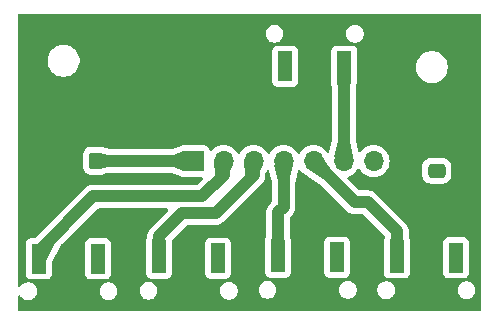
<source format=gbr>
%TF.GenerationSoftware,KiCad,Pcbnew,8.0.5*%
%TF.CreationDate,2024-11-11T01:16:09-08:00*%
%TF.ProjectId,Switch Lock,53776974-6368-4204-9c6f-636b2e6b6963,rev?*%
%TF.SameCoordinates,Original*%
%TF.FileFunction,Copper,L1,Top*%
%TF.FilePolarity,Positive*%
%FSLAX46Y46*%
G04 Gerber Fmt 4.6, Leading zero omitted, Abs format (unit mm)*
G04 Created by KiCad (PCBNEW 8.0.5) date 2024-11-11 01:16:09*
%MOMM*%
%LPD*%
G01*
G04 APERTURE LIST*
G04 Aperture macros list*
%AMRoundRect*
0 Rectangle with rounded corners*
0 $1 Rounding radius*
0 $2 $3 $4 $5 $6 $7 $8 $9 X,Y pos of 4 corners*
0 Add a 4 corners polygon primitive as box body*
4,1,4,$2,$3,$4,$5,$6,$7,$8,$9,$2,$3,0*
0 Add four circle primitives for the rounded corners*
1,1,$1+$1,$2,$3*
1,1,$1+$1,$4,$5*
1,1,$1+$1,$6,$7*
1,1,$1+$1,$8,$9*
0 Add four rect primitives between the rounded corners*
20,1,$1+$1,$2,$3,$4,$5,0*
20,1,$1+$1,$4,$5,$6,$7,0*
20,1,$1+$1,$6,$7,$8,$9,0*
20,1,$1+$1,$8,$9,$2,$3,0*%
G04 Aperture macros list end*
%TA.AperFunction,SMDPad,CuDef*%
%ADD10RoundRect,0.250000X0.475000X-0.337500X0.475000X0.337500X-0.475000X0.337500X-0.475000X-0.337500X0*%
%TD*%
%TA.AperFunction,SMDPad,CuDef*%
%ADD11RoundRect,0.250000X-0.350000X-0.450000X0.350000X-0.450000X0.350000X0.450000X-0.350000X0.450000X0*%
%TD*%
%TA.AperFunction,SMDPad,CuDef*%
%ADD12R,1.200000X2.500000*%
%TD*%
%TA.AperFunction,ComponentPad*%
%ADD13R,1.700000X1.700000*%
%TD*%
%TA.AperFunction,ComponentPad*%
%ADD14O,1.700000X1.700000*%
%TD*%
%TA.AperFunction,ViaPad*%
%ADD15C,1.000000*%
%TD*%
%TA.AperFunction,Conductor*%
%ADD16C,1.000000*%
%TD*%
G04 APERTURE END LIST*
D10*
%TO.P,C1,1*%
%TO.N,GND*%
X128090000Y-69527500D03*
%TO.P,C1,2*%
%TO.N,/3.3v*%
X128090000Y-67452500D03*
%TD*%
D11*
%TO.P,R1,1*%
%TO.N,/3.3v*%
X97210000Y-68690000D03*
%TO.P,R1,2*%
%TO.N,Net-(J2-Pin_1)*%
X99210000Y-68690000D03*
%TD*%
D12*
%TO.P,Status1,1*%
%TO.N,Net-(J2-Pin_6)*%
X120250000Y-60681750D03*
%TO.P,Status1,2*%
%TO.N,/3.3v*%
X117750000Y-60681750D03*
%TO.P,Status1,3*%
%TO.N,GND*%
X115250000Y-60681750D03*
%TD*%
%TO.P,S2,1*%
%TO.N,Net-(J2-Pin_3)*%
X104570000Y-76940000D03*
%TO.P,S2,2*%
%TO.N,/3.3v*%
X107070000Y-76940000D03*
%TO.P,S2,3*%
%TO.N,GND*%
X109570000Y-76940000D03*
%TD*%
%TO.P,S1,1*%
%TO.N,Net-(J2-Pin_2)*%
X94390000Y-76978250D03*
%TO.P,S1,2*%
%TO.N,/3.3v*%
X96890000Y-76978250D03*
%TO.P,S1,3*%
%TO.N,GND*%
X99390000Y-76978250D03*
%TD*%
%TO.P,S4,1*%
%TO.N,Net-(J2-Pin_5)*%
X124700000Y-76888250D03*
%TO.P,S4,2*%
%TO.N,/3.3v*%
X127200000Y-76888250D03*
%TO.P,S4,3*%
%TO.N,GND*%
X129700000Y-76888250D03*
%TD*%
D13*
%TO.P,J2,1,Pin_1*%
%TO.N,Net-(J2-Pin_1)*%
X107490000Y-68720000D03*
D14*
%TO.P,J2,2,Pin_2*%
%TO.N,Net-(J2-Pin_2)*%
X110030000Y-68720000D03*
%TO.P,J2,3,Pin_3*%
%TO.N,Net-(J2-Pin_3)*%
X112570000Y-68720000D03*
%TO.P,J2,4,Pin_4*%
%TO.N,Net-(J2-Pin_4)*%
X115110000Y-68720000D03*
%TO.P,J2,5,Pin_5*%
%TO.N,Net-(J2-Pin_5)*%
X117650000Y-68720000D03*
%TO.P,J2,6,Pin_6*%
%TO.N,Net-(J2-Pin_6)*%
X120190000Y-68720000D03*
%TO.P,J2,7,Pin_7*%
%TO.N,GND*%
X122730000Y-68720000D03*
%TD*%
D12*
%TO.P,S3,1*%
%TO.N,Net-(J2-Pin_4)*%
X114650000Y-76870000D03*
%TO.P,S3,2*%
%TO.N,/3.3v*%
X117150000Y-76870000D03*
%TO.P,S3,3*%
%TO.N,GND*%
X119650000Y-76870000D03*
%TD*%
D15*
%TO.N,GND*%
X128090000Y-69527500D03*
X119650000Y-76870000D03*
X115250000Y-60681750D03*
X109570000Y-76940000D03*
X99390000Y-76978250D03*
X129700000Y-76888250D03*
%TD*%
D16*
%TO.N,Net-(J2-Pin_1)*%
X99210000Y-68690000D02*
X107460000Y-68690000D01*
X107460000Y-68690000D02*
X107490000Y-68720000D01*
%TO.N,Net-(J2-Pin_2)*%
X110030000Y-69922081D02*
X108242081Y-71710000D01*
X110030000Y-68720000D02*
X110030000Y-69922081D01*
X99008250Y-71710000D02*
X94390000Y-76328250D01*
X94390000Y-76328250D02*
X94390000Y-76978250D01*
X108242081Y-71710000D02*
X99008250Y-71710000D01*
%TO.N,Net-(J2-Pin_6)*%
X120250000Y-60681750D02*
X120250000Y-68660000D01*
X120250000Y-68660000D02*
X120190000Y-68720000D01*
%TO.N,Net-(J2-Pin_4)*%
X115110000Y-72590000D02*
X114650000Y-73050000D01*
X114650000Y-73050000D02*
X114650000Y-76870000D01*
X115110000Y-68720000D02*
X115110000Y-72590000D01*
%TO.N,Net-(J2-Pin_5)*%
X122250000Y-72200000D02*
X124700000Y-74650000D01*
X124700000Y-74650000D02*
X124700000Y-76888250D01*
X121130000Y-72200000D02*
X117650000Y-68720000D01*
X122250000Y-72200000D02*
X121130000Y-72200000D01*
%TO.N,Net-(J2-Pin_3)*%
X106530000Y-73110000D02*
X104570000Y-75070000D01*
X112570000Y-69922081D02*
X109382081Y-73110000D01*
X112570000Y-68720000D02*
X112570000Y-69922081D01*
X104570000Y-75070000D02*
X104570000Y-76940000D01*
X109382081Y-73110000D02*
X106530000Y-73110000D01*
%TD*%
%TA.AperFunction,Conductor*%
%TO.N,Net-(J2-Pin_1)*%
G36*
X106641894Y-67872948D02*
G01*
X106645334Y-67875328D01*
X107482638Y-68711648D01*
X107486070Y-68719919D01*
X107482648Y-68728194D01*
X107482565Y-68728277D01*
X106645601Y-69549626D01*
X106637296Y-69552974D01*
X106632788Y-69552025D01*
X105797082Y-69193042D01*
X105790833Y-69186628D01*
X105790000Y-69182292D01*
X105790000Y-68198097D01*
X105793427Y-68189824D01*
X105797578Y-68187147D01*
X106632944Y-67872656D01*
X106641894Y-67872948D01*
G37*
%TD.AperFunction*%
%TD*%
%TA.AperFunction,Conductor*%
%TO.N,Net-(J2-Pin_5)*%
G36*
X118435312Y-68398419D02*
G01*
X118440604Y-68402804D01*
X118648307Y-68719293D01*
X119200411Y-69560568D01*
X119202085Y-69569364D01*
X119198902Y-69575260D01*
X118505260Y-70268902D01*
X118496987Y-70272329D01*
X118490568Y-70270411D01*
X117408937Y-69560568D01*
X117332804Y-69510604D01*
X117327768Y-69503200D01*
X117328409Y-69496360D01*
X117647438Y-68723783D01*
X117653759Y-68717448D01*
X118426359Y-68398410D01*
X118435312Y-68398419D01*
G37*
%TD.AperFunction*%
%TD*%
%TA.AperFunction,Conductor*%
%TO.N,Net-(J2-Pin_6)*%
G36*
X120255060Y-60697255D02*
G01*
X120260549Y-60702744D01*
X120848400Y-61928414D01*
X120849392Y-61935397D01*
X120751630Y-62521973D01*
X120746889Y-62529571D01*
X120740089Y-62531750D01*
X119759911Y-62531750D01*
X119751638Y-62528323D01*
X119748370Y-62521973D01*
X119650607Y-61935394D01*
X119651598Y-61928416D01*
X120239451Y-60702743D01*
X120246118Y-60696767D01*
X120255060Y-60697255D01*
G37*
%TD.AperFunction*%
%TD*%
%TA.AperFunction,Conductor*%
%TO.N,Net-(J2-Pin_4)*%
G36*
X115114484Y-68720863D02*
G01*
X115886365Y-69041569D01*
X115892690Y-69047908D01*
X115893332Y-69054751D01*
X115611935Y-70410677D01*
X115606898Y-70418082D01*
X115600479Y-70420000D01*
X114619521Y-70420000D01*
X114611248Y-70416573D01*
X114608065Y-70410677D01*
X114326667Y-69054751D01*
X114328341Y-69045955D01*
X114333631Y-69041570D01*
X115105511Y-68720864D01*
X115114466Y-68720856D01*
X115114484Y-68720863D01*
G37*
%TD.AperFunction*%
%TD*%
%TA.AperFunction,Conductor*%
%TO.N,Net-(J2-Pin_5)*%
G36*
X125198362Y-75041677D02*
G01*
X125201630Y-75048027D01*
X125299392Y-75634602D01*
X125298400Y-75641585D01*
X124710549Y-76867255D01*
X124703882Y-76873232D01*
X124694940Y-76872744D01*
X124689451Y-76867255D01*
X124550767Y-76578100D01*
X124101598Y-75641583D01*
X124100607Y-75634605D01*
X124198370Y-75048025D01*
X124203111Y-75040429D01*
X124209911Y-75038250D01*
X125190089Y-75038250D01*
X125198362Y-75041677D01*
G37*
%TD.AperFunction*%
%TD*%
%TA.AperFunction,Conductor*%
%TO.N,Net-(J2-Pin_3)*%
G36*
X105068362Y-75093427D02*
G01*
X105071630Y-75099777D01*
X105169392Y-75686352D01*
X105168400Y-75693335D01*
X104580549Y-76919005D01*
X104573882Y-76924982D01*
X104564940Y-76924494D01*
X104559451Y-76919005D01*
X104420767Y-76629850D01*
X103971598Y-75693333D01*
X103970607Y-75686355D01*
X104068370Y-75099775D01*
X104073111Y-75092179D01*
X104079911Y-75090000D01*
X105060089Y-75090000D01*
X105068362Y-75093427D01*
G37*
%TD.AperFunction*%
%TD*%
%TA.AperFunction,Conductor*%
%TO.N,Net-(J2-Pin_1)*%
G36*
X99760868Y-68090945D02*
G01*
X100400067Y-68188484D01*
X100407726Y-68193119D01*
X100410000Y-68200049D01*
X100410000Y-69179950D01*
X100406573Y-69188223D01*
X100400065Y-69191516D01*
X99760869Y-69289053D01*
X99752174Y-69286913D01*
X99750448Y-69285359D01*
X99216159Y-68697872D01*
X99213128Y-68689446D01*
X99216159Y-68682128D01*
X99750450Y-68094639D01*
X99758550Y-68090825D01*
X99760868Y-68090945D01*
G37*
%TD.AperFunction*%
%TD*%
%TA.AperFunction,Conductor*%
%TO.N,Net-(J2-Pin_2)*%
G36*
X110032862Y-68720188D02*
G01*
X110803755Y-69040485D01*
X110810079Y-69046823D01*
X110810070Y-69055778D01*
X110809749Y-69056482D01*
X110038704Y-70613112D01*
X110031961Y-70619005D01*
X110023027Y-70618403D01*
X110019947Y-70616192D01*
X109327225Y-69923470D01*
X109323882Y-69916594D01*
X109181573Y-68733084D01*
X109183987Y-68724463D01*
X109191792Y-68720073D01*
X109193178Y-68719989D01*
X110028370Y-68719294D01*
X110032862Y-68720188D01*
G37*
%TD.AperFunction*%
%TD*%
%TA.AperFunction,Conductor*%
%TO.N,Net-(J2-Pin_2)*%
G36*
X95068990Y-74958834D02*
G01*
X95070047Y-74959770D01*
X95761742Y-75651465D01*
X95765169Y-75659738D01*
X95763840Y-75665154D01*
X94994388Y-77138411D01*
X94987520Y-77144158D01*
X94980868Y-77144263D01*
X94398292Y-76981471D01*
X94391247Y-76975944D01*
X94389755Y-76969624D01*
X94451034Y-75731960D01*
X94453510Y-75725324D01*
X95052565Y-74960826D01*
X95060365Y-74956428D01*
X95068990Y-74958834D01*
G37*
%TD.AperFunction*%
%TD*%
%TA.AperFunction,Conductor*%
%TO.N,Net-(J2-Pin_4)*%
G36*
X115148362Y-75023427D02*
G01*
X115151630Y-75029777D01*
X115249392Y-75616352D01*
X115248400Y-75623335D01*
X114660549Y-76849005D01*
X114653882Y-76854982D01*
X114644940Y-76854494D01*
X114639451Y-76849005D01*
X114500767Y-76559850D01*
X114051598Y-75623333D01*
X114050607Y-75616355D01*
X114148370Y-75029775D01*
X114153111Y-75022179D01*
X114159911Y-75020000D01*
X115140089Y-75020000D01*
X115148362Y-75023427D01*
G37*
%TD.AperFunction*%
%TD*%
%TA.AperFunction,Conductor*%
%TO.N,Net-(J2-Pin_3)*%
G36*
X112572862Y-68720188D02*
G01*
X113343755Y-69040485D01*
X113350079Y-69046823D01*
X113350070Y-69055778D01*
X113349749Y-69056482D01*
X112578704Y-70613112D01*
X112571961Y-70619005D01*
X112563027Y-70618403D01*
X112559947Y-70616192D01*
X111867225Y-69923470D01*
X111863882Y-69916594D01*
X111721573Y-68733084D01*
X111723987Y-68724463D01*
X111731792Y-68720073D01*
X111733178Y-68719989D01*
X112568370Y-68719294D01*
X112572862Y-68720188D01*
G37*
%TD.AperFunction*%
%TD*%
%TA.AperFunction,Conductor*%
%TO.N,Net-(J2-Pin_6)*%
G36*
X120748412Y-67035362D02*
G01*
X120751670Y-67041654D01*
X121037652Y-68706335D01*
X121035675Y-68715069D01*
X121028102Y-68719847D01*
X121026135Y-68720016D01*
X120192342Y-68720997D01*
X120187839Y-68720102D01*
X119414038Y-68398598D01*
X119407713Y-68392259D01*
X119407185Y-68384919D01*
X119747764Y-67040761D01*
X119753118Y-67033583D01*
X119759106Y-67031935D01*
X120740139Y-67031935D01*
X120748412Y-67035362D01*
G37*
%TD.AperFunction*%
%TD*%
%TA.AperFunction,Conductor*%
%TO.N,/3.3v*%
G36*
X131752539Y-56250185D02*
G01*
X131798294Y-56302989D01*
X131809500Y-56354500D01*
X131809500Y-81315500D01*
X131789815Y-81382539D01*
X131737011Y-81428294D01*
X131685500Y-81439500D01*
X92734500Y-81439500D01*
X92667461Y-81419815D01*
X92621706Y-81367011D01*
X92610500Y-81315500D01*
X92610500Y-80171622D01*
X92630185Y-80104583D01*
X92682989Y-80058828D01*
X92752147Y-80048884D01*
X92815703Y-80077909D01*
X92837602Y-80102732D01*
X92907045Y-80206661D01*
X92907051Y-80206669D01*
X93011580Y-80311198D01*
X93011584Y-80311201D01*
X93134498Y-80393330D01*
X93134511Y-80393337D01*
X93248374Y-80440500D01*
X93271087Y-80449908D01*
X93271091Y-80449908D01*
X93271092Y-80449909D01*
X93416079Y-80478750D01*
X93416082Y-80478750D01*
X93563920Y-80478750D01*
X93661462Y-80459346D01*
X93708913Y-80449908D01*
X93845495Y-80393334D01*
X93968416Y-80311201D01*
X94072951Y-80206666D01*
X94155084Y-80083745D01*
X94211658Y-79947163D01*
X94240500Y-79802170D01*
X99539499Y-79802170D01*
X99568340Y-79947157D01*
X99568343Y-79947167D01*
X99624912Y-80083738D01*
X99624919Y-80083751D01*
X99707048Y-80206665D01*
X99707051Y-80206669D01*
X99811580Y-80311198D01*
X99811584Y-80311201D01*
X99934498Y-80393330D01*
X99934511Y-80393337D01*
X100048374Y-80440500D01*
X100071087Y-80449908D01*
X100071091Y-80449908D01*
X100071092Y-80449909D01*
X100216079Y-80478750D01*
X100216082Y-80478750D01*
X100363920Y-80478750D01*
X100461462Y-80459346D01*
X100508913Y-80449908D01*
X100645495Y-80393334D01*
X100768416Y-80311201D01*
X100872951Y-80206666D01*
X100955084Y-80083745D01*
X101011658Y-79947163D01*
X101040500Y-79802168D01*
X101040500Y-79763920D01*
X102919499Y-79763920D01*
X102948340Y-79908907D01*
X102948343Y-79908917D01*
X103004912Y-80045488D01*
X103004919Y-80045501D01*
X103087048Y-80168415D01*
X103087051Y-80168419D01*
X103191580Y-80272948D01*
X103191584Y-80272951D01*
X103314498Y-80355080D01*
X103314511Y-80355087D01*
X103406856Y-80393337D01*
X103451087Y-80411658D01*
X103451091Y-80411658D01*
X103451092Y-80411659D01*
X103596079Y-80440500D01*
X103596082Y-80440500D01*
X103743920Y-80440500D01*
X103841462Y-80421096D01*
X103888913Y-80411658D01*
X103994547Y-80367902D01*
X104025488Y-80355087D01*
X104025488Y-80355086D01*
X104025495Y-80355084D01*
X104148416Y-80272951D01*
X104252951Y-80168416D01*
X104335084Y-80045495D01*
X104391658Y-79908913D01*
X104401953Y-79857157D01*
X104420500Y-79763920D01*
X109719499Y-79763920D01*
X109748340Y-79908907D01*
X109748343Y-79908917D01*
X109804912Y-80045488D01*
X109804919Y-80045501D01*
X109887048Y-80168415D01*
X109887051Y-80168419D01*
X109991580Y-80272948D01*
X109991584Y-80272951D01*
X110114498Y-80355080D01*
X110114511Y-80355087D01*
X110206856Y-80393337D01*
X110251087Y-80411658D01*
X110251091Y-80411658D01*
X110251092Y-80411659D01*
X110396079Y-80440500D01*
X110396082Y-80440500D01*
X110543920Y-80440500D01*
X110641462Y-80421096D01*
X110688913Y-80411658D01*
X110794547Y-80367902D01*
X110825488Y-80355087D01*
X110825488Y-80355086D01*
X110825495Y-80355084D01*
X110948416Y-80272951D01*
X111052951Y-80168416D01*
X111135084Y-80045495D01*
X111191658Y-79908913D01*
X111201953Y-79857157D01*
X111220500Y-79763920D01*
X111220500Y-79693920D01*
X112999499Y-79693920D01*
X113028340Y-79838907D01*
X113028343Y-79838917D01*
X113084912Y-79975488D01*
X113084919Y-79975501D01*
X113167048Y-80098415D01*
X113167051Y-80098419D01*
X113271580Y-80202948D01*
X113271584Y-80202951D01*
X113394498Y-80285080D01*
X113394511Y-80285087D01*
X113531082Y-80341656D01*
X113531087Y-80341658D01*
X113531091Y-80341658D01*
X113531092Y-80341659D01*
X113676079Y-80370500D01*
X113676082Y-80370500D01*
X113823920Y-80370500D01*
X113921462Y-80351096D01*
X113968913Y-80341658D01*
X114105495Y-80285084D01*
X114228416Y-80202951D01*
X114332951Y-80098416D01*
X114415084Y-79975495D01*
X114471658Y-79838913D01*
X114481096Y-79791462D01*
X114500500Y-79693920D01*
X119799499Y-79693920D01*
X119828340Y-79838907D01*
X119828343Y-79838917D01*
X119884912Y-79975488D01*
X119884919Y-79975501D01*
X119967048Y-80098415D01*
X119967051Y-80098419D01*
X120071580Y-80202948D01*
X120071584Y-80202951D01*
X120194498Y-80285080D01*
X120194511Y-80285087D01*
X120331082Y-80341656D01*
X120331087Y-80341658D01*
X120331091Y-80341658D01*
X120331092Y-80341659D01*
X120476079Y-80370500D01*
X120476082Y-80370500D01*
X120623920Y-80370500D01*
X120721462Y-80351096D01*
X120768913Y-80341658D01*
X120905495Y-80285084D01*
X121028416Y-80202951D01*
X121132951Y-80098416D01*
X121215084Y-79975495D01*
X121271658Y-79838913D01*
X121281096Y-79791462D01*
X121296870Y-79712170D01*
X123049499Y-79712170D01*
X123078340Y-79857157D01*
X123078343Y-79857167D01*
X123134912Y-79993738D01*
X123134919Y-79993751D01*
X123217048Y-80116665D01*
X123217051Y-80116669D01*
X123321580Y-80221198D01*
X123321584Y-80221201D01*
X123444498Y-80303330D01*
X123444511Y-80303337D01*
X123569431Y-80355080D01*
X123581087Y-80359908D01*
X123581091Y-80359908D01*
X123581092Y-80359909D01*
X123726079Y-80388750D01*
X123726082Y-80388750D01*
X123873920Y-80388750D01*
X123971462Y-80369346D01*
X124018913Y-80359908D01*
X124155495Y-80303334D01*
X124278416Y-80221201D01*
X124382951Y-80116666D01*
X124465084Y-79993745D01*
X124521658Y-79857163D01*
X124550500Y-79712170D01*
X129849499Y-79712170D01*
X129878340Y-79857157D01*
X129878343Y-79857167D01*
X129934912Y-79993738D01*
X129934919Y-79993751D01*
X130017048Y-80116665D01*
X130017051Y-80116669D01*
X130121580Y-80221198D01*
X130121584Y-80221201D01*
X130244498Y-80303330D01*
X130244511Y-80303337D01*
X130369431Y-80355080D01*
X130381087Y-80359908D01*
X130381091Y-80359908D01*
X130381092Y-80359909D01*
X130526079Y-80388750D01*
X130526082Y-80388750D01*
X130673920Y-80388750D01*
X130771462Y-80369346D01*
X130818913Y-80359908D01*
X130955495Y-80303334D01*
X131078416Y-80221201D01*
X131182951Y-80116666D01*
X131265084Y-79993745D01*
X131321658Y-79857163D01*
X131350500Y-79712168D01*
X131350500Y-79564332D01*
X131350500Y-79564329D01*
X131321659Y-79419342D01*
X131321658Y-79419341D01*
X131321658Y-79419337D01*
X131302360Y-79372748D01*
X131265087Y-79282761D01*
X131265080Y-79282748D01*
X131182951Y-79159834D01*
X131182948Y-79159830D01*
X131078419Y-79055301D01*
X131078415Y-79055298D01*
X130955501Y-78973169D01*
X130955488Y-78973162D01*
X130818917Y-78916593D01*
X130818907Y-78916590D01*
X130673920Y-78887750D01*
X130673918Y-78887750D01*
X130526082Y-78887750D01*
X130526080Y-78887750D01*
X130381092Y-78916590D01*
X130381082Y-78916593D01*
X130244511Y-78973162D01*
X130244498Y-78973169D01*
X130121584Y-79055298D01*
X130121580Y-79055301D01*
X130017051Y-79159830D01*
X130017048Y-79159834D01*
X129934919Y-79282748D01*
X129934912Y-79282761D01*
X129878343Y-79419332D01*
X129878340Y-79419342D01*
X129849500Y-79564329D01*
X129849500Y-79564332D01*
X129849500Y-79712168D01*
X129849500Y-79712170D01*
X129849499Y-79712170D01*
X124550500Y-79712170D01*
X124550500Y-79712168D01*
X124550500Y-79564332D01*
X124550500Y-79564329D01*
X124521659Y-79419342D01*
X124521658Y-79419341D01*
X124521658Y-79419337D01*
X124502360Y-79372748D01*
X124465087Y-79282761D01*
X124465080Y-79282748D01*
X124382951Y-79159834D01*
X124382948Y-79159830D01*
X124278419Y-79055301D01*
X124278415Y-79055298D01*
X124155501Y-78973169D01*
X124155488Y-78973162D01*
X124018917Y-78916593D01*
X124018907Y-78916590D01*
X123873920Y-78887750D01*
X123873918Y-78887750D01*
X123726082Y-78887750D01*
X123726080Y-78887750D01*
X123581092Y-78916590D01*
X123581082Y-78916593D01*
X123444511Y-78973162D01*
X123444498Y-78973169D01*
X123321584Y-79055298D01*
X123321580Y-79055301D01*
X123217051Y-79159830D01*
X123217048Y-79159834D01*
X123134919Y-79282748D01*
X123134912Y-79282761D01*
X123078343Y-79419332D01*
X123078340Y-79419342D01*
X123049500Y-79564329D01*
X123049500Y-79564332D01*
X123049500Y-79712168D01*
X123049500Y-79712170D01*
X123049499Y-79712170D01*
X121296870Y-79712170D01*
X121300500Y-79693920D01*
X121300500Y-79546079D01*
X121271659Y-79401092D01*
X121271658Y-79401091D01*
X121271658Y-79401087D01*
X121252058Y-79353768D01*
X121215087Y-79264511D01*
X121215080Y-79264498D01*
X121132951Y-79141584D01*
X121132948Y-79141580D01*
X121028419Y-79037051D01*
X121028415Y-79037048D01*
X120905501Y-78954919D01*
X120905488Y-78954912D01*
X120768917Y-78898343D01*
X120768907Y-78898340D01*
X120623920Y-78869500D01*
X120623918Y-78869500D01*
X120476082Y-78869500D01*
X120476080Y-78869500D01*
X120331092Y-78898340D01*
X120331082Y-78898343D01*
X120194511Y-78954912D01*
X120194498Y-78954919D01*
X120071584Y-79037048D01*
X120071580Y-79037051D01*
X119967051Y-79141580D01*
X119967048Y-79141584D01*
X119884919Y-79264498D01*
X119884912Y-79264511D01*
X119828343Y-79401082D01*
X119828340Y-79401092D01*
X119799500Y-79546079D01*
X119799500Y-79546082D01*
X119799500Y-79693918D01*
X119799500Y-79693920D01*
X119799499Y-79693920D01*
X114500500Y-79693920D01*
X114500500Y-79546079D01*
X114471659Y-79401092D01*
X114471658Y-79401091D01*
X114471658Y-79401087D01*
X114452058Y-79353768D01*
X114415087Y-79264511D01*
X114415080Y-79264498D01*
X114332951Y-79141584D01*
X114332948Y-79141580D01*
X114228419Y-79037051D01*
X114228415Y-79037048D01*
X114105501Y-78954919D01*
X114105488Y-78954912D01*
X113968917Y-78898343D01*
X113968907Y-78898340D01*
X113823920Y-78869500D01*
X113823918Y-78869500D01*
X113676082Y-78869500D01*
X113676080Y-78869500D01*
X113531092Y-78898340D01*
X113531082Y-78898343D01*
X113394511Y-78954912D01*
X113394498Y-78954919D01*
X113271584Y-79037048D01*
X113271580Y-79037051D01*
X113167051Y-79141580D01*
X113167048Y-79141584D01*
X113084919Y-79264498D01*
X113084912Y-79264511D01*
X113028343Y-79401082D01*
X113028340Y-79401092D01*
X112999500Y-79546079D01*
X112999500Y-79546082D01*
X112999500Y-79693918D01*
X112999500Y-79693920D01*
X112999499Y-79693920D01*
X111220500Y-79693920D01*
X111220500Y-79616079D01*
X111191659Y-79471092D01*
X111191658Y-79471091D01*
X111191658Y-79471087D01*
X111170225Y-79419342D01*
X111135087Y-79334511D01*
X111135080Y-79334498D01*
X111052951Y-79211584D01*
X111052948Y-79211580D01*
X110948419Y-79107051D01*
X110948415Y-79107048D01*
X110825501Y-79024919D01*
X110825488Y-79024912D01*
X110688917Y-78968343D01*
X110688907Y-78968340D01*
X110543920Y-78939500D01*
X110543918Y-78939500D01*
X110396082Y-78939500D01*
X110396080Y-78939500D01*
X110251092Y-78968340D01*
X110251082Y-78968343D01*
X110114511Y-79024912D01*
X110114498Y-79024919D01*
X109991584Y-79107048D01*
X109991580Y-79107051D01*
X109887051Y-79211580D01*
X109887048Y-79211584D01*
X109804919Y-79334498D01*
X109804912Y-79334511D01*
X109748343Y-79471082D01*
X109748340Y-79471092D01*
X109719500Y-79616079D01*
X109719500Y-79616082D01*
X109719500Y-79763918D01*
X109719500Y-79763920D01*
X109719499Y-79763920D01*
X104420500Y-79763920D01*
X104420500Y-79616079D01*
X104391659Y-79471092D01*
X104391658Y-79471091D01*
X104391658Y-79471087D01*
X104370225Y-79419342D01*
X104335087Y-79334511D01*
X104335080Y-79334498D01*
X104252951Y-79211584D01*
X104252948Y-79211580D01*
X104148419Y-79107051D01*
X104148415Y-79107048D01*
X104025501Y-79024919D01*
X104025488Y-79024912D01*
X103888917Y-78968343D01*
X103888907Y-78968340D01*
X103743920Y-78939500D01*
X103743918Y-78939500D01*
X103596082Y-78939500D01*
X103596080Y-78939500D01*
X103451092Y-78968340D01*
X103451082Y-78968343D01*
X103314511Y-79024912D01*
X103314498Y-79024919D01*
X103191584Y-79107048D01*
X103191580Y-79107051D01*
X103087051Y-79211580D01*
X103087048Y-79211584D01*
X103004919Y-79334498D01*
X103004912Y-79334511D01*
X102948343Y-79471082D01*
X102948340Y-79471092D01*
X102919500Y-79616079D01*
X102919500Y-79616082D01*
X102919500Y-79763918D01*
X102919500Y-79763920D01*
X102919499Y-79763920D01*
X101040500Y-79763920D01*
X101040500Y-79654332D01*
X101040500Y-79654329D01*
X101011659Y-79509342D01*
X101011658Y-79509341D01*
X101011658Y-79509337D01*
X101011656Y-79509332D01*
X100955087Y-79372761D01*
X100955080Y-79372748D01*
X100872951Y-79249834D01*
X100872948Y-79249830D01*
X100768419Y-79145301D01*
X100768415Y-79145298D01*
X100645501Y-79063169D01*
X100645488Y-79063162D01*
X100508917Y-79006593D01*
X100508907Y-79006590D01*
X100363920Y-78977750D01*
X100363918Y-78977750D01*
X100216082Y-78977750D01*
X100216080Y-78977750D01*
X100071092Y-79006590D01*
X100071082Y-79006593D01*
X99934511Y-79063162D01*
X99934498Y-79063169D01*
X99811584Y-79145298D01*
X99811580Y-79145301D01*
X99707051Y-79249830D01*
X99707048Y-79249834D01*
X99624919Y-79372748D01*
X99624912Y-79372761D01*
X99568343Y-79509332D01*
X99568340Y-79509342D01*
X99539500Y-79654329D01*
X99539500Y-79654332D01*
X99539500Y-79802168D01*
X99539500Y-79802170D01*
X99539499Y-79802170D01*
X94240500Y-79802170D01*
X94240500Y-79802168D01*
X94240500Y-79654332D01*
X94240500Y-79654329D01*
X94211659Y-79509342D01*
X94211658Y-79509341D01*
X94211658Y-79509337D01*
X94211656Y-79509332D01*
X94155087Y-79372761D01*
X94155080Y-79372748D01*
X94072951Y-79249834D01*
X94072948Y-79249830D01*
X93968419Y-79145301D01*
X93968415Y-79145298D01*
X93845501Y-79063169D01*
X93845488Y-79063162D01*
X93708917Y-79006593D01*
X93708907Y-79006590D01*
X93563920Y-78977750D01*
X93563918Y-78977750D01*
X93416082Y-78977750D01*
X93416080Y-78977750D01*
X93271092Y-79006590D01*
X93271082Y-79006593D01*
X93134511Y-79063162D01*
X93134498Y-79063169D01*
X93011584Y-79145298D01*
X93011580Y-79145301D01*
X92907051Y-79249830D01*
X92907048Y-79249834D01*
X92837602Y-79353768D01*
X92783990Y-79398573D01*
X92714665Y-79407280D01*
X92651637Y-79377126D01*
X92614918Y-79317682D01*
X92610500Y-79284877D01*
X92610500Y-75680385D01*
X93289500Y-75680385D01*
X93289500Y-78276120D01*
X93289501Y-78276126D01*
X93295908Y-78335733D01*
X93346202Y-78470578D01*
X93346206Y-78470585D01*
X93432452Y-78585794D01*
X93432455Y-78585797D01*
X93547664Y-78672043D01*
X93547671Y-78672047D01*
X93682517Y-78722341D01*
X93682516Y-78722341D01*
X93689444Y-78723085D01*
X93742127Y-78728750D01*
X95037872Y-78728749D01*
X95097483Y-78722341D01*
X95232331Y-78672046D01*
X95347546Y-78585796D01*
X95433796Y-78470581D01*
X95484091Y-78335733D01*
X95490500Y-78276123D01*
X95490499Y-77310870D01*
X95504587Y-77253466D01*
X96178964Y-75962247D01*
X96201190Y-75931978D01*
X96452783Y-75680385D01*
X98289500Y-75680385D01*
X98289500Y-78276120D01*
X98289501Y-78276126D01*
X98295908Y-78335733D01*
X98346202Y-78470578D01*
X98346206Y-78470585D01*
X98432452Y-78585794D01*
X98432455Y-78585797D01*
X98547664Y-78672043D01*
X98547671Y-78672047D01*
X98682517Y-78722341D01*
X98682516Y-78722341D01*
X98689444Y-78723085D01*
X98742127Y-78728750D01*
X100037872Y-78728749D01*
X100097483Y-78722341D01*
X100232331Y-78672046D01*
X100347546Y-78585796D01*
X100433796Y-78470581D01*
X100484091Y-78335733D01*
X100490500Y-78276123D01*
X100490499Y-75680378D01*
X100484091Y-75620767D01*
X100477558Y-75603252D01*
X100433797Y-75485921D01*
X100433793Y-75485914D01*
X100347547Y-75370705D01*
X100347544Y-75370702D01*
X100232335Y-75284456D01*
X100232328Y-75284452D01*
X100097482Y-75234158D01*
X100097483Y-75234158D01*
X100037883Y-75227751D01*
X100037881Y-75227750D01*
X100037873Y-75227750D01*
X100037864Y-75227750D01*
X98742129Y-75227750D01*
X98742123Y-75227751D01*
X98682516Y-75234158D01*
X98547671Y-75284452D01*
X98547664Y-75284456D01*
X98432455Y-75370702D01*
X98432452Y-75370705D01*
X98346206Y-75485914D01*
X98346202Y-75485921D01*
X98295908Y-75620767D01*
X98291551Y-75661298D01*
X98289501Y-75680373D01*
X98289500Y-75680385D01*
X96452783Y-75680385D01*
X99386351Y-72746819D01*
X99447674Y-72713334D01*
X99474032Y-72710500D01*
X105215217Y-72710500D01*
X105282256Y-72730185D01*
X105328011Y-72782989D01*
X105337955Y-72852147D01*
X105308930Y-72915703D01*
X105302898Y-72922181D01*
X103932220Y-74292859D01*
X103932218Y-74292861D01*
X103866919Y-74358160D01*
X103792859Y-74432219D01*
X103683371Y-74596080D01*
X103683364Y-74596093D01*
X103640396Y-74699830D01*
X103640396Y-74699831D01*
X103607949Y-74778163D01*
X103607948Y-74778165D01*
X103605176Y-74792107D01*
X103605175Y-74792111D01*
X103569500Y-74971456D01*
X103569500Y-75007897D01*
X103567813Y-75028282D01*
X103471984Y-75603253D01*
X103470376Y-75613551D01*
X103470352Y-75627766D01*
X103469643Y-75640793D01*
X103469500Y-75642117D01*
X103469500Y-78237870D01*
X103469501Y-78237876D01*
X103475908Y-78297483D01*
X103526202Y-78432328D01*
X103526206Y-78432335D01*
X103612452Y-78547544D01*
X103612455Y-78547547D01*
X103727664Y-78633793D01*
X103727671Y-78633797D01*
X103862517Y-78684091D01*
X103862516Y-78684091D01*
X103869444Y-78684835D01*
X103922127Y-78690500D01*
X105217872Y-78690499D01*
X105277483Y-78684091D01*
X105412331Y-78633796D01*
X105527546Y-78547546D01*
X105613796Y-78432331D01*
X105664091Y-78297483D01*
X105670500Y-78237873D01*
X105670499Y-75760759D01*
X105671083Y-75751838D01*
X105670971Y-75751832D01*
X105671226Y-75747111D01*
X105671229Y-75747093D01*
X105670530Y-75715818D01*
X105670499Y-75713048D01*
X105670499Y-75642135D01*
X108469500Y-75642135D01*
X108469500Y-78237870D01*
X108469501Y-78237876D01*
X108475908Y-78297483D01*
X108526202Y-78432328D01*
X108526206Y-78432335D01*
X108612452Y-78547544D01*
X108612455Y-78547547D01*
X108727664Y-78633793D01*
X108727671Y-78633797D01*
X108862517Y-78684091D01*
X108862516Y-78684091D01*
X108869444Y-78684835D01*
X108922127Y-78690500D01*
X110217872Y-78690499D01*
X110277483Y-78684091D01*
X110412331Y-78633796D01*
X110527546Y-78547546D01*
X110613796Y-78432331D01*
X110664091Y-78297483D01*
X110670500Y-78237873D01*
X110670499Y-75642128D01*
X110664936Y-75590377D01*
X110664091Y-75582516D01*
X110613797Y-75447671D01*
X110613793Y-75447664D01*
X110527547Y-75332455D01*
X110527544Y-75332452D01*
X110412335Y-75246206D01*
X110412328Y-75246202D01*
X110277482Y-75195908D01*
X110277483Y-75195908D01*
X110217883Y-75189501D01*
X110217881Y-75189500D01*
X110217873Y-75189500D01*
X110217864Y-75189500D01*
X108922129Y-75189500D01*
X108922123Y-75189501D01*
X108862516Y-75195908D01*
X108727671Y-75246202D01*
X108727664Y-75246206D01*
X108612455Y-75332452D01*
X108612452Y-75332455D01*
X108526206Y-75447664D01*
X108526202Y-75447671D01*
X108475908Y-75582517D01*
X108470341Y-75634302D01*
X108469501Y-75642123D01*
X108469500Y-75642135D01*
X105670499Y-75642135D01*
X105670499Y-75642128D01*
X105669018Y-75628360D01*
X105668340Y-75617898D01*
X105668014Y-75603249D01*
X105647598Y-75480753D01*
X105655994Y-75411392D01*
X105682227Y-75372692D01*
X106908102Y-74146819D01*
X106969425Y-74113334D01*
X106995783Y-74110500D01*
X109480623Y-74110500D01*
X109499951Y-74106655D01*
X109577269Y-74091275D01*
X109673917Y-74072051D01*
X109727246Y-74049961D01*
X109855995Y-73996632D01*
X110019863Y-73887139D01*
X110159220Y-73747782D01*
X110159220Y-73747780D01*
X110169428Y-73737573D01*
X110169429Y-73737570D01*
X113347139Y-70559863D01*
X113456632Y-70395995D01*
X113532051Y-70213916D01*
X113556663Y-70090184D01*
X113570500Y-70020624D01*
X113570500Y-69778711D01*
X113583384Y-69723672D01*
X113599112Y-69691919D01*
X113681693Y-69525199D01*
X113729089Y-69473864D01*
X113796715Y-69456301D01*
X113863101Y-69478087D01*
X113907170Y-69532306D01*
X113914221Y-69555041D01*
X114101554Y-70457710D01*
X114106913Y-70483530D01*
X114109500Y-70508727D01*
X114109500Y-72124217D01*
X114089815Y-72191256D01*
X114073181Y-72211898D01*
X114012221Y-72272858D01*
X114012218Y-72272861D01*
X113942538Y-72342540D01*
X113872859Y-72412219D01*
X113763371Y-72576079D01*
X113763364Y-72576092D01*
X113687950Y-72758160D01*
X113687947Y-72758170D01*
X113649500Y-72951456D01*
X113649500Y-74937897D01*
X113647813Y-74958282D01*
X113551984Y-75533253D01*
X113550376Y-75543551D01*
X113550352Y-75557766D01*
X113549643Y-75570793D01*
X113549500Y-75572117D01*
X113549500Y-78167870D01*
X113549501Y-78167876D01*
X113555908Y-78227483D01*
X113606202Y-78362328D01*
X113606206Y-78362335D01*
X113692452Y-78477544D01*
X113692455Y-78477547D01*
X113807664Y-78563793D01*
X113807671Y-78563797D01*
X113942517Y-78614091D01*
X113942516Y-78614091D01*
X113949444Y-78614835D01*
X114002127Y-78620500D01*
X115297872Y-78620499D01*
X115357483Y-78614091D01*
X115492331Y-78563796D01*
X115607546Y-78477546D01*
X115693796Y-78362331D01*
X115744091Y-78227483D01*
X115750500Y-78167873D01*
X115750499Y-75690759D01*
X115751083Y-75681838D01*
X115750971Y-75681832D01*
X115751226Y-75677111D01*
X115751229Y-75677093D01*
X115750530Y-75645818D01*
X115750499Y-75643048D01*
X115750499Y-75572135D01*
X118549500Y-75572135D01*
X118549500Y-78167870D01*
X118549501Y-78167876D01*
X118555908Y-78227483D01*
X118606202Y-78362328D01*
X118606206Y-78362335D01*
X118692452Y-78477544D01*
X118692455Y-78477547D01*
X118807664Y-78563793D01*
X118807671Y-78563797D01*
X118942517Y-78614091D01*
X118942516Y-78614091D01*
X118949444Y-78614835D01*
X119002127Y-78620500D01*
X120297872Y-78620499D01*
X120357483Y-78614091D01*
X120492331Y-78563796D01*
X120607546Y-78477546D01*
X120693796Y-78362331D01*
X120744091Y-78227483D01*
X120750500Y-78167873D01*
X120750499Y-75572128D01*
X120744091Y-75512517D01*
X120734171Y-75485921D01*
X120693797Y-75377671D01*
X120693793Y-75377664D01*
X120607547Y-75262455D01*
X120607544Y-75262452D01*
X120492335Y-75176206D01*
X120492328Y-75176202D01*
X120357482Y-75125908D01*
X120357483Y-75125908D01*
X120297883Y-75119501D01*
X120297881Y-75119500D01*
X120297873Y-75119500D01*
X120297864Y-75119500D01*
X119002129Y-75119500D01*
X119002123Y-75119501D01*
X118942516Y-75125908D01*
X118807671Y-75176202D01*
X118807664Y-75176206D01*
X118692455Y-75262452D01*
X118692452Y-75262455D01*
X118606206Y-75377664D01*
X118606202Y-75377671D01*
X118555908Y-75512517D01*
X118550610Y-75561801D01*
X118549501Y-75572123D01*
X118549500Y-75572135D01*
X115750499Y-75572135D01*
X115750499Y-75572128D01*
X115749018Y-75558360D01*
X115748340Y-75547898D01*
X115748014Y-75533249D01*
X115652187Y-74958282D01*
X115650500Y-74937899D01*
X115650500Y-73515782D01*
X115670185Y-73448743D01*
X115686818Y-73428102D01*
X115740709Y-73374210D01*
X115740714Y-73374206D01*
X115747780Y-73367140D01*
X115747782Y-73367139D01*
X115887139Y-73227782D01*
X115996632Y-73063914D01*
X116072051Y-72881835D01*
X116098908Y-72746819D01*
X116110500Y-72688543D01*
X116110500Y-70508726D01*
X116113087Y-70483529D01*
X116131253Y-70395995D01*
X116311521Y-69527362D01*
X116344416Y-69465724D01*
X116405416Y-69431654D01*
X116475152Y-69435971D01*
X116531484Y-69477305D01*
X116534508Y-69481438D01*
X116611505Y-69591401D01*
X116778599Y-69758495D01*
X116972170Y-69894035D01*
X117045476Y-69928217D01*
X117061091Y-69936923D01*
X117131585Y-69983186D01*
X118095077Y-70615498D01*
X118187715Y-70676293D01*
X118207361Y-70692281D01*
X120349735Y-72834655D01*
X120349764Y-72834686D01*
X120492214Y-72977136D01*
X120492218Y-72977139D01*
X120656079Y-73086628D01*
X120656092Y-73086635D01*
X120784833Y-73139961D01*
X120827744Y-73157735D01*
X120838164Y-73162051D01*
X120934812Y-73181275D01*
X120983135Y-73190887D01*
X121031458Y-73200500D01*
X121031459Y-73200500D01*
X121031460Y-73200500D01*
X121228540Y-73200500D01*
X121784218Y-73200500D01*
X121851257Y-73220185D01*
X121871899Y-73236819D01*
X123640375Y-75005295D01*
X123673860Y-75066618D01*
X123675007Y-75113361D01*
X123601984Y-75551503D01*
X123600376Y-75561801D01*
X123600352Y-75576016D01*
X123599643Y-75589043D01*
X123599500Y-75590367D01*
X123599500Y-78186120D01*
X123599501Y-78186126D01*
X123605908Y-78245733D01*
X123656202Y-78380578D01*
X123656206Y-78380585D01*
X123742452Y-78495794D01*
X123742455Y-78495797D01*
X123857664Y-78582043D01*
X123857671Y-78582047D01*
X123992517Y-78632341D01*
X123992516Y-78632341D01*
X123999444Y-78633085D01*
X124052127Y-78638750D01*
X125347872Y-78638749D01*
X125407483Y-78632341D01*
X125542331Y-78582046D01*
X125657546Y-78495796D01*
X125743796Y-78380581D01*
X125794091Y-78245733D01*
X125800500Y-78186123D01*
X125800499Y-75709009D01*
X125801083Y-75700088D01*
X125800971Y-75700082D01*
X125801226Y-75695361D01*
X125801229Y-75695343D01*
X125800530Y-75664068D01*
X125800499Y-75661298D01*
X125800499Y-75590385D01*
X128599500Y-75590385D01*
X128599500Y-78186120D01*
X128599501Y-78186126D01*
X128605908Y-78245733D01*
X128656202Y-78380578D01*
X128656206Y-78380585D01*
X128742452Y-78495794D01*
X128742455Y-78495797D01*
X128857664Y-78582043D01*
X128857671Y-78582047D01*
X128992517Y-78632341D01*
X128992516Y-78632341D01*
X128999444Y-78633085D01*
X129052127Y-78638750D01*
X130347872Y-78638749D01*
X130407483Y-78632341D01*
X130542331Y-78582046D01*
X130657546Y-78495796D01*
X130743796Y-78380581D01*
X130794091Y-78245733D01*
X130800500Y-78186123D01*
X130800499Y-75590378D01*
X130794091Y-75530767D01*
X130787284Y-75512517D01*
X130743797Y-75395921D01*
X130743793Y-75395914D01*
X130657547Y-75280705D01*
X130657544Y-75280702D01*
X130542335Y-75194456D01*
X130542328Y-75194452D01*
X130407482Y-75144158D01*
X130407483Y-75144158D01*
X130347883Y-75137751D01*
X130347881Y-75137750D01*
X130347873Y-75137750D01*
X130347864Y-75137750D01*
X129052129Y-75137750D01*
X129052123Y-75137751D01*
X128992516Y-75144158D01*
X128857671Y-75194452D01*
X128857664Y-75194456D01*
X128742455Y-75280702D01*
X128742452Y-75280705D01*
X128656206Y-75395914D01*
X128656202Y-75395921D01*
X128605908Y-75530767D01*
X128600345Y-75582516D01*
X128599501Y-75590373D01*
X128599500Y-75590385D01*
X125800499Y-75590385D01*
X125800499Y-75590378D01*
X125799018Y-75576610D01*
X125798340Y-75566148D01*
X125798014Y-75551499D01*
X125702187Y-74976534D01*
X125700500Y-74956149D01*
X125700500Y-74551456D01*
X125662052Y-74358170D01*
X125662051Y-74358169D01*
X125662051Y-74358165D01*
X125635002Y-74292862D01*
X125586635Y-74176092D01*
X125586628Y-74176079D01*
X125477139Y-74012218D01*
X125477136Y-74012214D01*
X125334686Y-73869764D01*
X125334655Y-73869735D01*
X123031479Y-71566559D01*
X123031459Y-71566537D01*
X122887785Y-71422863D01*
X122887781Y-71422860D01*
X122723920Y-71313371D01*
X122723911Y-71313366D01*
X122651315Y-71283296D01*
X122595165Y-71260038D01*
X122541836Y-71237949D01*
X122541832Y-71237948D01*
X122541828Y-71237946D01*
X122445188Y-71218724D01*
X122348544Y-71199500D01*
X122348541Y-71199500D01*
X121595782Y-71199500D01*
X121528743Y-71179815D01*
X121508101Y-71163181D01*
X120557224Y-70212304D01*
X120523739Y-70150981D01*
X120528723Y-70081289D01*
X120570595Y-70025356D01*
X120612810Y-70004849D01*
X120653663Y-69993903D01*
X120867830Y-69894035D01*
X121061401Y-69758495D01*
X121228495Y-69591401D01*
X121358425Y-69405842D01*
X121413002Y-69362217D01*
X121482500Y-69355023D01*
X121544855Y-69386546D01*
X121561575Y-69405842D01*
X121691500Y-69591395D01*
X121691505Y-69591401D01*
X121858599Y-69758495D01*
X121953308Y-69824811D01*
X122052165Y-69894032D01*
X122052167Y-69894033D01*
X122052170Y-69894035D01*
X122266337Y-69993903D01*
X122494592Y-70055063D01*
X122671034Y-70070500D01*
X122729999Y-70075659D01*
X122730000Y-70075659D01*
X122730001Y-70075659D01*
X122788966Y-70070500D01*
X122965408Y-70055063D01*
X123193663Y-69993903D01*
X123407830Y-69894035D01*
X123601401Y-69758495D01*
X123768495Y-69591401D01*
X123904035Y-69397830D01*
X124003903Y-69183663D01*
X124015607Y-69139983D01*
X126864500Y-69139983D01*
X126864500Y-69915001D01*
X126864501Y-69915019D01*
X126875000Y-70017796D01*
X126875001Y-70017799D01*
X126930185Y-70184331D01*
X126930187Y-70184336D01*
X126948432Y-70213916D01*
X127022288Y-70333656D01*
X127146344Y-70457712D01*
X127295666Y-70549814D01*
X127462203Y-70604999D01*
X127564991Y-70615500D01*
X128615008Y-70615499D01*
X128615016Y-70615498D01*
X128615019Y-70615498D01*
X128671302Y-70609748D01*
X128717797Y-70604999D01*
X128884334Y-70549814D01*
X129033656Y-70457712D01*
X129157712Y-70333656D01*
X129249814Y-70184334D01*
X129304999Y-70017797D01*
X129315500Y-69915009D01*
X129315499Y-69139992D01*
X129304999Y-69037203D01*
X129249814Y-68870666D01*
X129157712Y-68721344D01*
X129033656Y-68597288D01*
X128884334Y-68505186D01*
X128717797Y-68450001D01*
X128717795Y-68450000D01*
X128615010Y-68439500D01*
X127564998Y-68439500D01*
X127564980Y-68439501D01*
X127462203Y-68450000D01*
X127462200Y-68450001D01*
X127295668Y-68505185D01*
X127295663Y-68505187D01*
X127146342Y-68597289D01*
X127022289Y-68721342D01*
X126930187Y-68870663D01*
X126930186Y-68870666D01*
X126875001Y-69037203D01*
X126875001Y-69037204D01*
X126875000Y-69037204D01*
X126864500Y-69139983D01*
X124015607Y-69139983D01*
X124065063Y-68955408D01*
X124085659Y-68720000D01*
X124065063Y-68484592D01*
X124003903Y-68256337D01*
X123904035Y-68042171D01*
X123898425Y-68034158D01*
X123768494Y-67848597D01*
X123601402Y-67681506D01*
X123601395Y-67681501D01*
X123407834Y-67545967D01*
X123407830Y-67545965D01*
X123407828Y-67545964D01*
X123193663Y-67446097D01*
X123193659Y-67446096D01*
X123193655Y-67446094D01*
X122965413Y-67384938D01*
X122965403Y-67384936D01*
X122730001Y-67364341D01*
X122729999Y-67364341D01*
X122494596Y-67384936D01*
X122494586Y-67384938D01*
X122266344Y-67446094D01*
X122266335Y-67446098D01*
X122052171Y-67545964D01*
X122052169Y-67545965D01*
X121858597Y-67681505D01*
X121691504Y-67848598D01*
X121632782Y-67932462D01*
X121578205Y-67976087D01*
X121508707Y-67983279D01*
X121446352Y-67951757D01*
X121410939Y-67891526D01*
X121409002Y-67882354D01*
X121252290Y-66970140D01*
X121250500Y-66949145D01*
X121250500Y-62613849D01*
X121252187Y-62593464D01*
X121288506Y-62375547D01*
X121348014Y-62018500D01*
X121349625Y-62008180D01*
X121349648Y-61993985D01*
X121350361Y-61980914D01*
X121350500Y-61979623D01*
X121350499Y-60653713D01*
X126319500Y-60653713D01*
X126319500Y-60866286D01*
X126352753Y-61076239D01*
X126418444Y-61278414D01*
X126514951Y-61467820D01*
X126639890Y-61639786D01*
X126790213Y-61790109D01*
X126962179Y-61915048D01*
X126962181Y-61915049D01*
X126962184Y-61915051D01*
X127151588Y-62011557D01*
X127353757Y-62077246D01*
X127563713Y-62110500D01*
X127563714Y-62110500D01*
X127776286Y-62110500D01*
X127776287Y-62110500D01*
X127986243Y-62077246D01*
X128188412Y-62011557D01*
X128377816Y-61915051D01*
X128399789Y-61899086D01*
X128549786Y-61790109D01*
X128549788Y-61790106D01*
X128549792Y-61790104D01*
X128700104Y-61639792D01*
X128700106Y-61639788D01*
X128700109Y-61639786D01*
X128825048Y-61467820D01*
X128825047Y-61467820D01*
X128825051Y-61467816D01*
X128921557Y-61278412D01*
X128987246Y-61076243D01*
X129020500Y-60866287D01*
X129020500Y-60653713D01*
X128987246Y-60443757D01*
X128921557Y-60241588D01*
X128825051Y-60052184D01*
X128825049Y-60052181D01*
X128825048Y-60052179D01*
X128700109Y-59880213D01*
X128549786Y-59729890D01*
X128377820Y-59604951D01*
X128188414Y-59508444D01*
X128188413Y-59508443D01*
X128188412Y-59508443D01*
X127986243Y-59442754D01*
X127986241Y-59442753D01*
X127986240Y-59442753D01*
X127824957Y-59417208D01*
X127776287Y-59409500D01*
X127563713Y-59409500D01*
X127515042Y-59417208D01*
X127353760Y-59442753D01*
X127151585Y-59508444D01*
X126962179Y-59604951D01*
X126790213Y-59729890D01*
X126639890Y-59880213D01*
X126514951Y-60052179D01*
X126418444Y-60241585D01*
X126418443Y-60241587D01*
X126418443Y-60241588D01*
X126385598Y-60342672D01*
X126352753Y-60443760D01*
X126319500Y-60653713D01*
X121350499Y-60653713D01*
X121350499Y-59383878D01*
X121344091Y-59324267D01*
X121293796Y-59189419D01*
X121293795Y-59189418D01*
X121293793Y-59189414D01*
X121207547Y-59074205D01*
X121207544Y-59074202D01*
X121092335Y-58987956D01*
X121092328Y-58987952D01*
X120957482Y-58937658D01*
X120957483Y-58937658D01*
X120897883Y-58931251D01*
X120897881Y-58931250D01*
X120897873Y-58931250D01*
X120897864Y-58931250D01*
X119602129Y-58931250D01*
X119602123Y-58931251D01*
X119542516Y-58937658D01*
X119407671Y-58987952D01*
X119407664Y-58987956D01*
X119292455Y-59074202D01*
X119292452Y-59074205D01*
X119206206Y-59189414D01*
X119206202Y-59189421D01*
X119155908Y-59324267D01*
X119149501Y-59383866D01*
X119149501Y-59383873D01*
X119149500Y-59383885D01*
X119149500Y-61860987D01*
X119148916Y-61869915D01*
X119149026Y-61869921D01*
X119148769Y-61874649D01*
X119149469Y-61905969D01*
X119149500Y-61908735D01*
X119149500Y-61979618D01*
X119149501Y-61979634D01*
X119150978Y-61993370D01*
X119151657Y-62003845D01*
X119151984Y-62018493D01*
X119151985Y-62018502D01*
X119247813Y-62593466D01*
X119249500Y-62613851D01*
X119249500Y-66933691D01*
X119245702Y-66964147D01*
X118999586Y-67935486D01*
X118964038Y-67995637D01*
X118901613Y-68027021D01*
X118832131Y-68019674D01*
X118777809Y-67976153D01*
X118688494Y-67848597D01*
X118521402Y-67681506D01*
X118521395Y-67681501D01*
X118327834Y-67545967D01*
X118327830Y-67545965D01*
X118327828Y-67545964D01*
X118113663Y-67446097D01*
X118113659Y-67446096D01*
X118113655Y-67446094D01*
X117885413Y-67384938D01*
X117885403Y-67384936D01*
X117650001Y-67364341D01*
X117649999Y-67364341D01*
X117414596Y-67384936D01*
X117414586Y-67384938D01*
X117186344Y-67446094D01*
X117186335Y-67446098D01*
X116972171Y-67545964D01*
X116972169Y-67545965D01*
X116778597Y-67681505D01*
X116611505Y-67848597D01*
X116481575Y-68034158D01*
X116426998Y-68077783D01*
X116357500Y-68084977D01*
X116295145Y-68053454D01*
X116278425Y-68034158D01*
X116148494Y-67848597D01*
X115981402Y-67681506D01*
X115981395Y-67681501D01*
X115787834Y-67545967D01*
X115787830Y-67545965D01*
X115787828Y-67545964D01*
X115573663Y-67446097D01*
X115573659Y-67446096D01*
X115573655Y-67446094D01*
X115345413Y-67384938D01*
X115345403Y-67384936D01*
X115110001Y-67364341D01*
X115109999Y-67364341D01*
X114874596Y-67384936D01*
X114874586Y-67384938D01*
X114646344Y-67446094D01*
X114646335Y-67446098D01*
X114432171Y-67545964D01*
X114432169Y-67545965D01*
X114238597Y-67681505D01*
X114071505Y-67848597D01*
X113941575Y-68034158D01*
X113886998Y-68077783D01*
X113817500Y-68084977D01*
X113755145Y-68053454D01*
X113738425Y-68034158D01*
X113608494Y-67848597D01*
X113441402Y-67681506D01*
X113441395Y-67681501D01*
X113247834Y-67545967D01*
X113247830Y-67545965D01*
X113247828Y-67545964D01*
X113033663Y-67446097D01*
X113033659Y-67446096D01*
X113033655Y-67446094D01*
X112805413Y-67384938D01*
X112805403Y-67384936D01*
X112570001Y-67364341D01*
X112569999Y-67364341D01*
X112334596Y-67384936D01*
X112334586Y-67384938D01*
X112106344Y-67446094D01*
X112106335Y-67446098D01*
X111892171Y-67545964D01*
X111892169Y-67545965D01*
X111698597Y-67681505D01*
X111531505Y-67848597D01*
X111401575Y-68034158D01*
X111346998Y-68077783D01*
X111277500Y-68084977D01*
X111215145Y-68053454D01*
X111198425Y-68034158D01*
X111068494Y-67848597D01*
X110901402Y-67681506D01*
X110901395Y-67681501D01*
X110707834Y-67545967D01*
X110707830Y-67545965D01*
X110707828Y-67545964D01*
X110493663Y-67446097D01*
X110493659Y-67446096D01*
X110493655Y-67446094D01*
X110265413Y-67384938D01*
X110265403Y-67384936D01*
X110030001Y-67364341D01*
X110029999Y-67364341D01*
X109794596Y-67384936D01*
X109794586Y-67384938D01*
X109566344Y-67446094D01*
X109566335Y-67446098D01*
X109352171Y-67545964D01*
X109352169Y-67545965D01*
X109158600Y-67681503D01*
X109036673Y-67803430D01*
X108975350Y-67836914D01*
X108905658Y-67831930D01*
X108849725Y-67790058D01*
X108832810Y-67759081D01*
X108783797Y-67627671D01*
X108783793Y-67627664D01*
X108697547Y-67512455D01*
X108697544Y-67512452D01*
X108582335Y-67426206D01*
X108582328Y-67426202D01*
X108447482Y-67375908D01*
X108447483Y-67375908D01*
X108387883Y-67369501D01*
X108387881Y-67369500D01*
X108387873Y-67369500D01*
X108387865Y-67369500D01*
X106679341Y-67369500D01*
X106662788Y-67368045D01*
X106662775Y-67368176D01*
X106658373Y-67367716D01*
X106649433Y-67367425D01*
X106649414Y-67367425D01*
X106595334Y-67368557D01*
X106593533Y-67368773D01*
X106583259Y-67370454D01*
X106532516Y-67375908D01*
X106497842Y-67388840D01*
X106481250Y-67393739D01*
X106454845Y-67399569D01*
X105705838Y-67681549D01*
X105662149Y-67689500D01*
X100490520Y-67689500D01*
X100471815Y-67688081D01*
X99995785Y-67615441D01*
X99949394Y-67598399D01*
X99879334Y-67555186D01*
X99712797Y-67500001D01*
X99712795Y-67500000D01*
X99610010Y-67489500D01*
X98809998Y-67489500D01*
X98809980Y-67489501D01*
X98707203Y-67500000D01*
X98707200Y-67500001D01*
X98540668Y-67555185D01*
X98540663Y-67555187D01*
X98391342Y-67647289D01*
X98267289Y-67771342D01*
X98175187Y-67920663D01*
X98175186Y-67920666D01*
X98120001Y-68087203D01*
X98120001Y-68087204D01*
X98120000Y-68087204D01*
X98109500Y-68189983D01*
X98109500Y-69190001D01*
X98109501Y-69190019D01*
X98120000Y-69292796D01*
X98120001Y-69292799D01*
X98175185Y-69459331D01*
X98175187Y-69459336D01*
X98186753Y-69478087D01*
X98267288Y-69608656D01*
X98391344Y-69732712D01*
X98540666Y-69824814D01*
X98707203Y-69879999D01*
X98809991Y-69890500D01*
X99610008Y-69890499D01*
X99610016Y-69890498D01*
X99610019Y-69890498D01*
X99666302Y-69884748D01*
X99712797Y-69879999D01*
X99879334Y-69824814D01*
X99949396Y-69781598D01*
X99995785Y-69764557D01*
X100471817Y-69691918D01*
X100490519Y-69690500D01*
X105648878Y-69690500D01*
X105697818Y-69700566D01*
X106344609Y-69978399D01*
X106369974Y-69993063D01*
X106371099Y-69993905D01*
X106397669Y-70013796D01*
X106397670Y-70013797D01*
X106532517Y-70064091D01*
X106532516Y-70064091D01*
X106539444Y-70064835D01*
X106592127Y-70070500D01*
X108167299Y-70070499D01*
X108234338Y-70090184D01*
X108280093Y-70142987D01*
X108290037Y-70212146D01*
X108261012Y-70275702D01*
X108254980Y-70282180D01*
X107863980Y-70673181D01*
X107802657Y-70706666D01*
X107776299Y-70709500D01*
X98909705Y-70709500D01*
X98813062Y-70728724D01*
X98716420Y-70747946D01*
X98716415Y-70747948D01*
X98695360Y-70756670D01*
X98695359Y-70756670D01*
X98534342Y-70823364D01*
X98534329Y-70823371D01*
X98370469Y-70932859D01*
X98300790Y-71002538D01*
X98231111Y-71072218D01*
X98231108Y-71072221D01*
X94111897Y-75191431D01*
X94050574Y-75224916D01*
X94024216Y-75227750D01*
X93742130Y-75227750D01*
X93742123Y-75227751D01*
X93682516Y-75234158D01*
X93547671Y-75284452D01*
X93547664Y-75284456D01*
X93432455Y-75370702D01*
X93432452Y-75370705D01*
X93346206Y-75485914D01*
X93346202Y-75485921D01*
X93295908Y-75620767D01*
X93291551Y-75661298D01*
X93289501Y-75680373D01*
X93289500Y-75680385D01*
X92610500Y-75680385D01*
X92610500Y-60113713D01*
X95139500Y-60113713D01*
X95139500Y-60326286D01*
X95158105Y-60443757D01*
X95172754Y-60536243D01*
X95210922Y-60653713D01*
X95238444Y-60738414D01*
X95334951Y-60927820D01*
X95459890Y-61099786D01*
X95610213Y-61250109D01*
X95782179Y-61375048D01*
X95782181Y-61375049D01*
X95782184Y-61375051D01*
X95971588Y-61471557D01*
X96173757Y-61537246D01*
X96383713Y-61570500D01*
X96383714Y-61570500D01*
X96596286Y-61570500D01*
X96596287Y-61570500D01*
X96806243Y-61537246D01*
X97008412Y-61471557D01*
X97197816Y-61375051D01*
X97219789Y-61359086D01*
X97369786Y-61250109D01*
X97369788Y-61250106D01*
X97369792Y-61250104D01*
X97520104Y-61099792D01*
X97520106Y-61099788D01*
X97520109Y-61099786D01*
X97645048Y-60927820D01*
X97645047Y-60927820D01*
X97645051Y-60927816D01*
X97741557Y-60738412D01*
X97807246Y-60536243D01*
X97840500Y-60326287D01*
X97840500Y-60113713D01*
X97807246Y-59903757D01*
X97741557Y-59701588D01*
X97645051Y-59512184D01*
X97645049Y-59512181D01*
X97645048Y-59512179D01*
X97551838Y-59383885D01*
X114149500Y-59383885D01*
X114149500Y-61979620D01*
X114149501Y-61979626D01*
X114155908Y-62039233D01*
X114206202Y-62174078D01*
X114206206Y-62174085D01*
X114292452Y-62289294D01*
X114292455Y-62289297D01*
X114407664Y-62375543D01*
X114407671Y-62375547D01*
X114542517Y-62425841D01*
X114542516Y-62425841D01*
X114549444Y-62426585D01*
X114602127Y-62432250D01*
X115897872Y-62432249D01*
X115957483Y-62425841D01*
X116092331Y-62375546D01*
X116207546Y-62289296D01*
X116293796Y-62174081D01*
X116344091Y-62039233D01*
X116350500Y-61979623D01*
X116350499Y-59383878D01*
X116344091Y-59324267D01*
X116293796Y-59189419D01*
X116293795Y-59189418D01*
X116293793Y-59189414D01*
X116207547Y-59074205D01*
X116207544Y-59074202D01*
X116092335Y-58987956D01*
X116092328Y-58987952D01*
X115957482Y-58937658D01*
X115957483Y-58937658D01*
X115897883Y-58931251D01*
X115897881Y-58931250D01*
X115897873Y-58931250D01*
X115897864Y-58931250D01*
X114602129Y-58931250D01*
X114602123Y-58931251D01*
X114542516Y-58937658D01*
X114407671Y-58987952D01*
X114407664Y-58987956D01*
X114292455Y-59074202D01*
X114292452Y-59074205D01*
X114206206Y-59189414D01*
X114206202Y-59189421D01*
X114155908Y-59324267D01*
X114149501Y-59383866D01*
X114149501Y-59383873D01*
X114149500Y-59383885D01*
X97551838Y-59383885D01*
X97520109Y-59340213D01*
X97369786Y-59189890D01*
X97197820Y-59064951D01*
X97008414Y-58968444D01*
X97008413Y-58968443D01*
X97008412Y-58968443D01*
X96806243Y-58902754D01*
X96806241Y-58902753D01*
X96806240Y-58902753D01*
X96644957Y-58877208D01*
X96596287Y-58869500D01*
X96383713Y-58869500D01*
X96335042Y-58877208D01*
X96173760Y-58902753D01*
X95971585Y-58968444D01*
X95782179Y-59064951D01*
X95610213Y-59189890D01*
X95459890Y-59340213D01*
X95334951Y-59512179D01*
X95238444Y-59701585D01*
X95172753Y-59903760D01*
X95139500Y-60113713D01*
X92610500Y-60113713D01*
X92610500Y-58005670D01*
X113599499Y-58005670D01*
X113628340Y-58150657D01*
X113628343Y-58150667D01*
X113684912Y-58287238D01*
X113684919Y-58287251D01*
X113767048Y-58410165D01*
X113767051Y-58410169D01*
X113871580Y-58514698D01*
X113871584Y-58514701D01*
X113994498Y-58596830D01*
X113994511Y-58596837D01*
X114131082Y-58653406D01*
X114131087Y-58653408D01*
X114131091Y-58653408D01*
X114131092Y-58653409D01*
X114276079Y-58682250D01*
X114276082Y-58682250D01*
X114423920Y-58682250D01*
X114521462Y-58662846D01*
X114568913Y-58653408D01*
X114705495Y-58596834D01*
X114828416Y-58514701D01*
X114932951Y-58410166D01*
X115015084Y-58287245D01*
X115071658Y-58150663D01*
X115100500Y-58005670D01*
X120399499Y-58005670D01*
X120428340Y-58150657D01*
X120428343Y-58150667D01*
X120484912Y-58287238D01*
X120484919Y-58287251D01*
X120567048Y-58410165D01*
X120567051Y-58410169D01*
X120671580Y-58514698D01*
X120671584Y-58514701D01*
X120794498Y-58596830D01*
X120794511Y-58596837D01*
X120931082Y-58653406D01*
X120931087Y-58653408D01*
X120931091Y-58653408D01*
X120931092Y-58653409D01*
X121076079Y-58682250D01*
X121076082Y-58682250D01*
X121223920Y-58682250D01*
X121321462Y-58662846D01*
X121368913Y-58653408D01*
X121505495Y-58596834D01*
X121628416Y-58514701D01*
X121732951Y-58410166D01*
X121815084Y-58287245D01*
X121871658Y-58150663D01*
X121900500Y-58005668D01*
X121900500Y-57857832D01*
X121900500Y-57857829D01*
X121871659Y-57712842D01*
X121871658Y-57712841D01*
X121871658Y-57712837D01*
X121871656Y-57712832D01*
X121815087Y-57576261D01*
X121815080Y-57576248D01*
X121732951Y-57453334D01*
X121732948Y-57453330D01*
X121628419Y-57348801D01*
X121628415Y-57348798D01*
X121505501Y-57266669D01*
X121505488Y-57266662D01*
X121368917Y-57210093D01*
X121368907Y-57210090D01*
X121223920Y-57181250D01*
X121223918Y-57181250D01*
X121076082Y-57181250D01*
X121076080Y-57181250D01*
X120931092Y-57210090D01*
X120931082Y-57210093D01*
X120794511Y-57266662D01*
X120794498Y-57266669D01*
X120671584Y-57348798D01*
X120671580Y-57348801D01*
X120567051Y-57453330D01*
X120567048Y-57453334D01*
X120484919Y-57576248D01*
X120484912Y-57576261D01*
X120428343Y-57712832D01*
X120428340Y-57712842D01*
X120399500Y-57857829D01*
X120399500Y-57857832D01*
X120399500Y-58005668D01*
X120399500Y-58005670D01*
X120399499Y-58005670D01*
X115100500Y-58005670D01*
X115100500Y-58005668D01*
X115100500Y-57857832D01*
X115100500Y-57857829D01*
X115071659Y-57712842D01*
X115071658Y-57712841D01*
X115071658Y-57712837D01*
X115071656Y-57712832D01*
X115015087Y-57576261D01*
X115015080Y-57576248D01*
X114932951Y-57453334D01*
X114932948Y-57453330D01*
X114828419Y-57348801D01*
X114828415Y-57348798D01*
X114705501Y-57266669D01*
X114705488Y-57266662D01*
X114568917Y-57210093D01*
X114568907Y-57210090D01*
X114423920Y-57181250D01*
X114423918Y-57181250D01*
X114276082Y-57181250D01*
X114276080Y-57181250D01*
X114131092Y-57210090D01*
X114131082Y-57210093D01*
X113994511Y-57266662D01*
X113994498Y-57266669D01*
X113871584Y-57348798D01*
X113871580Y-57348801D01*
X113767051Y-57453330D01*
X113767048Y-57453334D01*
X113684919Y-57576248D01*
X113684912Y-57576261D01*
X113628343Y-57712832D01*
X113628340Y-57712842D01*
X113599500Y-57857829D01*
X113599500Y-57857832D01*
X113599500Y-58005668D01*
X113599500Y-58005670D01*
X113599499Y-58005670D01*
X92610500Y-58005670D01*
X92610500Y-56354500D01*
X92630185Y-56287461D01*
X92682989Y-56241706D01*
X92734500Y-56230500D01*
X131685500Y-56230500D01*
X131752539Y-56250185D01*
G37*
%TD.AperFunction*%
%TD*%
M02*

</source>
